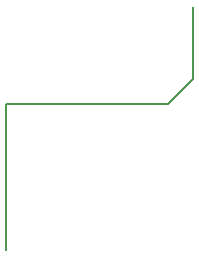
<source format=gbr>
G04 start of page 4 for group 2 idx 2 *
G04 Title: (unknown), outline *
G04 Creator: pcb 1.99z *
G04 CreationDate: Sun 16 Nov 2014 06:19:40 AM GMT UTC *
G04 For: commonadmin *
G04 Format: Gerber/RS-274X *
G04 PCB-Dimensions (mil): 4500.00 4500.00 *
G04 PCB-Coordinate-Origin: lower left *
%MOIN*%
%FSLAX25Y25*%
%LNOUTLINE*%
%ADD70C,0.0060*%
G54D70*X500Y344000D02*Y295500D01*
Y344000D02*X54500D01*
X63000Y352500D01*
Y376500D01*
M02*

</source>
